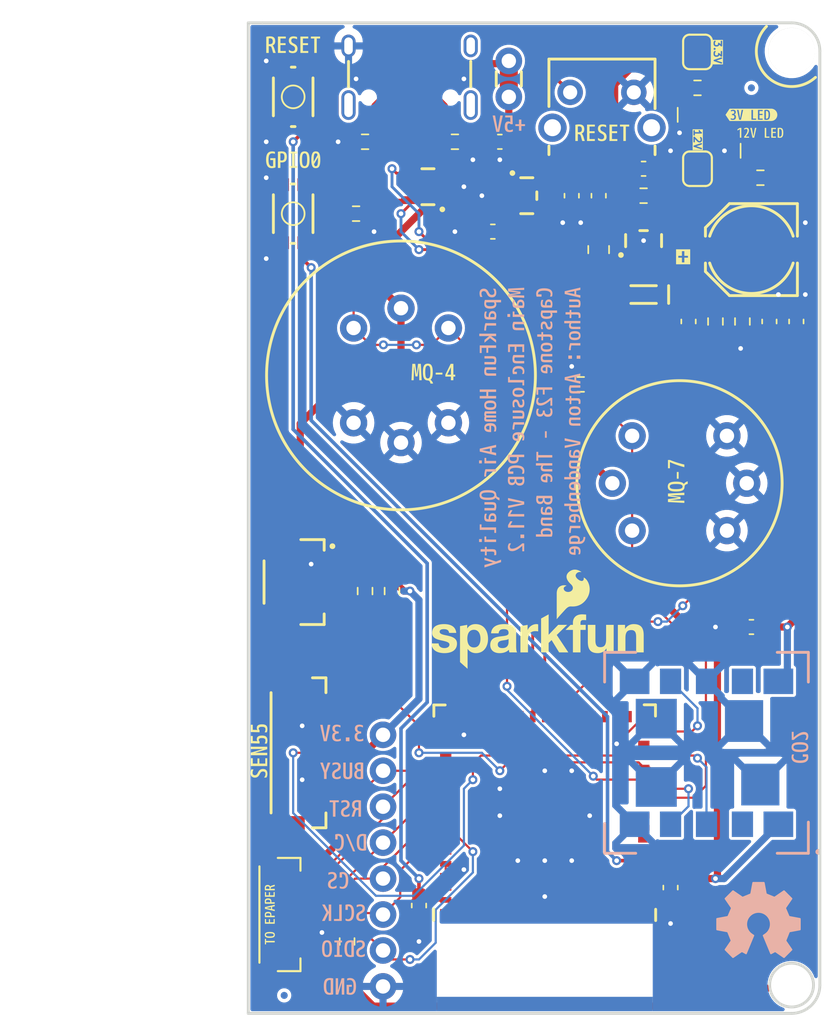
<source format=kicad_pcb>
(kicad_pcb (version 20221018) (generator pcbnew)
  (layers (0 "F.Cu" signal) (31 "B.Cu" signal) (34 "B.Paste" user) (35 "F.Paste" user) (36 "B.SilkS" user "B.Silkscreen") (37 "F.SilkS" user "F.Silkscreen") (38 "B.Mask" user) (39 "F.Mask" user) (44 "Edge.Cuts" user))
  (net 0 "")
  (net 1 "GND")
  (net 2 "RESET")
  (net 3 "ESP0")
  (net 4 "Net-(U3-FB)")
  (net 5 "Net-(U3-SW)")
  (net 6 "Net-(D3-A)")
  (net 7 "SCL")
  (net 8 "+5V")
  (net 9 "+12V")
  (net 10 "SDA")
  (net 11 "Net-(J1-CC1)")
  (net 12 "D+")
  (net 13 "D-")
  (net 15 "Net-(J1-CC2)")
  (net 20 "Net-(JP1-A)")
  (net 21 "~{BUSY}")
  (net 22 "SCLK")
  (net 23 "SDIO")
  (net 24 "~{CS}")
  (net 25 "D{slash}~{C}")
  (net 26 "~{RST}")
  (net 33 "Net-(JP2-A)")
  (net 34 "Net-(JP3-A)")
  (net 61 "Net-(D2-A)")
  (net 62 "+3.3V")
  (net 63 "~{SHDN}-EN")
  (net 64 "CO2_INT")
  (net 68 "ESP11{slash}MQ4")
  (net 69 "ESP10{slash}MQ7")
  (footprint "SparkFun-Resistor:R_0603_1608Metric" (layer "F.Cu") (at 135.785 118.82 90)
    (fp_text reference "R3")
    (fp_text value "10k" hide)
  )
  (footprint "SparkFun-Resistor:R_0603_1608Metric" (layer "F.Cu") (at 163.725 75.005 -90)
    (fp_text reference "R6")
    (fp_text value "5.62k" hide)
  )
  (footprint "SparkFun-Jumper:SMT-JUMPER_2_NC_TRACE_SILK" (layer "F.Cu") (at 160.55 64.21 -90)
    (fp_text reference "JP2")
    (fp_text value "~" hide)
  )
  (footprint "kibuzzard-65B1D56F" (layer "F.Cu") (at 131.975 55.447)
    (fp_text reference "kibuzzard-65B1D56F" hide)
    (fp_text value "G***" hide)
  )
  (footprint "SparkFun-Resistor:R_0603_1608Metric" (layer "F.Cu") (at 138.96 94.055 -90)
    (fp_text reference "R10")
    (fp_text value "2.2k" hide)
  )
  (footprint "SparkFun-Capacitor:C_0603_1608Metric" (layer "F.Cu") (at 146.58 62.305 180)
    (fp_text reference "C2")
    (fp_text value "0.1uF" hide)
  )
  (footprint "SparkFun-Connector:FPC_12_0.5MM" (layer "F.Cu") (at 131.34 116.915 -90)
    (fp_text reference "J2")
    (fp_text value "Conn_01x12_FPC_0.5mm" hide)
  )
  (footprint "SparkFun-Resistor:R_0603_1608Metric" (layer "F.Cu") (at 164.995 64.845)
    (fp_text reference "R9")
    (fp_text value "10k" hide)
  )
  (footprint "SparkFun-Semiconductor-Standard:SOD-323" (layer "F.Cu") (at 156.74 73.1 180)
    (fp_text reference "D1")
    (fp_text value "0.5A" hide)
  )
  (footprint "SparkFun-Switch:Momentary_SMD_4.6x2.8mm_h2.5mm" (layer "F.Cu") (at 131.975 67.385 90)
    (fp_text reference "SW3")
    (fp_text value "SMD_4.6x2.8mm_h2.5mm" hide)
  )
  (footprint "kibuzzard-65B1E40B" (layer "F.Cu") (at 130.324 116.915 90)
    (fp_text reference "kibuzzard-65B1E40B" hide)
    (fp_text value "G***" hide)
  )
  (footprint "SparkFun-Aesthetic:SparkFun_Logo_15mm" (layer "F.Cu") (at 149.0692 97.4078)
    (fp_text reference "G***" hide)
    (fp_text value "LOGO" hide)
  )
  (footprint "SparkFun-Semiconductor-Standard:SOT23-5" (layer "F.Cu") (at 156.74 69.29 90)
    (fp_text reference "U3")
    (fp_text value "AP3012" hide)
  )
  (footprint "SparkFun-Capacitor:C_0603_1608Metric" (layer "F.Cu") (at 140.865 116.28 90)
    (fp_text reference "C1")
    (fp_text value "0.1uF" hide)
  )
  (footprint "kibuzzard-65B1D5D4" (layer "F.Cu") (at 141.881 78.688)
    (fp_text reference "kibuzzard-65B1D5D4" hide)
    (fp_text value "G***" hide)
  )
  (footprint "SparkFun-Resistor:R_0603_1608Metric" (layer "F.Cu") (at 156.74 66.115 180)
    (fp_text reference "R4")
    (fp_text value "100k" hide)
  )
  (footprint "SparkFun-Aesthetic:Fiducial_0.5mm_Mask1mm" (layer "F.Cu") (at 131.34 122.63)
    (fp_text reference "FID4")
    (fp_text value "Fiducial_0.5mm")
  )
  (footprint "kibuzzard-65B1E2D2" (layer "F.Cu") (at 164.995 61.67)
    (fp_text reference "kibuzzard-65B1E2D2" hide)
    (fp_text value "G***" hide)
  )
  (footprint "SparkFun-Resistor:R_0603_1608Metric" (layer "F.Cu") (at 143.405 62.305)
    (fp_text reference "R2")
    (fp_text value "5.1k" hide)
  )
  (footprint "kibuzzard-65B1D64A" (layer "F.Cu") (at 153.819 61.67)
    (fp_text reference "kibuzzard-65B1D64A" hide)
    (fp_text value "G***" hide)
  )
  (footprint "SparkFun-Switch:Momentary_PTH_RA_8-020_h7.5mm" (layer "F.Cu") (at 153.8 58.81 180)
    (fp_text reference "SW1")
    (fp_text value "PTH_RA_h7.5mm" hide)
  )
  (footprint "SparkFun-RF:ESP32-MINI" (layer "F.Cu") (at 149.755 109.93 180)
    (fp_text reference "U2")
    (fp_text value "ESP32-S3-MINI" hide)
  )
  (footprint "SparkFun-Resistor:R_0603_1608Metric" (layer "F.Cu") (at 137.055 62.305 180)
    (fp_text reference "R1")
    (fp_text value "5.1k" hide)
  )
  (footprint "SparkFun-Aesthetic:Fiducial_0.5mm_Mask1mm" (layer "F.Cu") (at 164.36 58.495)
    (fp_text reference "FID3")
    (fp_text value "Fiducial_0.5mm")
  )
  (footprint "kibuzzard-65B1D57E" (layer "F.Cu") (at 131.975 63.575)
    (fp_text reference "kibuzzard-65B1D57E" hide)
    (fp_text value "G***" hide)
  )
  (footprint "SparkFun-Aesthetic:Creative_Commons_License" (layer "F.Cu") (at 116.735 77.545)
    (fp_text reference "G1" hide)
    (fp_text value "OSHW_Logo" hide)
  )
  (footprint "SparkFun-Resistor:R_0603_1608Metric" (layer "F.Cu") (at 152.295 79.45 180)
    (fp_text reference "R11")
    (fp_text value "4.7k" hide)
  )
  (footprint "SparkFun-Capacitor:C_0603_1608Metric" (layer "F.Cu") (at 167.535 75.005 90)
    (fp_text reference "C8")
    (fp_text value "0.1uF" hide)
  )
  (footprint "SparkFun-Capacitor:C_0603_1608Metric" (layer "F.Cu") (at 151.66 66.115 -90)
    (fp_text reference "C11")
    (fp_text value "1.0uF" hide)
  )
  (footprint "SparkFun-Connector:1X08" (layer "F.Cu") (at 138.325 104.215 -90)
    (fp_text reference "J3")
    (fp_text value "Conn_01x08" hide)
  )
  (footprint "SparkFun-Connector:JST04_1MM_RA" (layer "F.Cu") (at 134.515 93.42 -90)
    (fp_text reference "J4")
    (fp_text value "Qwiic_RA")
  )
  (footprint "kibuzzard-65B27CA0" (layer "F.Cu") (at 129.562 105.358 90)
    (fp_text reference "kibuzzard-65B27CA0" hide)
    (fp_text value "G***" hide)
  )
  (footprint "SparkFun-Capacitor:C_0805_2012Metric" (layer "F.Cu") (at 153.565 69.925 -90)
    (fp_text reference "L1")
    (fp_text value "10uH" hide)
  )
  (footprint "SparkFun-Hardware:STAND-OFF" (layer "F.Cu") (at 167.2048 55.9042)
    (fp_text reference "ST1")
    (fp_text value "Stand_off")
  )
  (footprint "SparkFun-Switch:Momentary_SMD_4.6x2.8mm_h2.5mm" (layer "F.Cu") (at 131.975 59.13 90)
    (fp_text reference "SW2")
    (fp_text value "SMD_4.6x2.8mm_h2.5mm" hide)
  )
  (footprint "SparkFun-Capacitor:C_0603_1608Metric" (layer "F.Cu") (at 153.565 66.115 -90)
    (fp_text reference "C12")
    (fp_text value "10uF" hide)
  )
  (footprint "SparkFun-Capacitor:C_0603_1608Metric" (layer "F.Cu") (at 159.915 75.005 90)
    (fp_text reference "C5")
    (fp_text value "470pF" hide)
  )
  (footprint "SparkFun-Resistor:R_0603_1608Metric" (layer "F.Cu") (at 137.055 94.055 -90)
    (fp_text reference "R8")
    (fp_text value "2.2k" hide)
  )
  (footprint "SparkFun-Capacitor:C_0603_1608Metric" (layer "F.Cu") (at 165.63 75.005 90)
    (fp_text reference "C6")
    (fp_text value "4.7uF" hide)
  )
  (footprint "SparkFun-Aesthetic:Fiducial_0.5mm_Mask1mm" (layer "F.Cu") (at 164.36 120.725)
    (fp_text reference "FID1")
    (fp_text value "Fiducial_0.5mm")
  )
  (footprint "SparkFun-Jumper:COMBO-JUMPER_2_NC_TRACE" (layer "F.Cu") (at 147.215 57.86 -90)
    (fp_text reference "JP1")
    (fp_text value "Measure")
  )
  (footprint "SparkFun-Capacitor:C_0603_1608Metric" (layer "F.Cu") (at 164.36 96.595 180)
    (fp_text reference "C9")
    (fp_text value "10nF" hide)
  )
  (footprint "kibuzzard-65B1D5EA" (layer "F.Cu") (at 159.153 86.308 90)
    (fp_text reference "kibuzzard-65B1D5EA" hide)
    (fp_text value "G***" hide)
  )
  (footprint "SparkFun-Semiconductor-Standard:SOT23-5" (layer "F.Cu") (at 148.485 66.115)
    (fp_text reference "U6")
    (fp_text value "AP2112K-3.3" hide)
  )
  (footprint "SparkFun-Capacitor:C_0603_1608Metric" (layer "F.Cu") (at 158.645 115.01 -90)
    (fp_text reference "C3")
    (fp_text value "0.1uF" hide)
  )
  (footprint "SparkFun-Connector:USB-C-16P" (layer "F.Cu") (at 140.2046 60.62485 180)
    (fp_text reference "J1")
    (fp_text value "USB_C_Receptacle")
  )
  (footprint "SparkFun-Sensor:MQ-7 Gas Sensor" (layer "F.Cu") (at 159.28 86.435 90)
    (fp_text reference "U7")
    (fp_text value "MQ-7 Gas Sensor")
  )
  (footprint "SparkFun-Resistor:R_0603_1608Metric" (layer "F.Cu") (at 160.55 58.495)
    (fp_text reference "R12")
    (fp_text value "10k" hide)
  )
  (footprint "SparkFun-Resistor:R_0603_1608Metric" (layer "F.Cu") (at 161.82 75.005 90)
    (fp_text reference "R5")
    (fp_text value "47k" hide)
  )
  (footprint "SparkFun-LED:LED_0603_1608Metric" (layer "F.Cu") (at 160.55 60.4)
    (fp_text reference "D3")
    (fp_text value "Red" hide)
  )
  (footprint "SparkFun-Connector:JST-6-SMD-1.25MM-LOCKING" (layer "F.Cu") (at 131.34 105.485 -90)
    (fp_text reference "U8")
    (fp_text value "SEN55")
  )
  (footprint "SparkFun-Jumper:SMT-JUMPER_2_NC_TRACE_SILK" (layer "F.Cu") (at 160.55 55.955 90)
    (fp_text reference "JP3")
    (fp_text value "~" hide)
  )
  (footprint "SparkFun-Capacitor:C_0603_1608Metric" (layer "F.Cu") (at 156.74 64.21)
    (fp_text reference "C4")
    (fp_text value "10uF" hide)
  )
  (footprint "kibuzzard-65B1D3B2" (layer "F.Cu") (at 159.534 70.433)
    (fp_text reference "kibuzzard-65B1D3B2" hide)
    (fp_text value "G***" hide)
  )
  (footprint "SparkFun-Capacitor:PANASONIC_D" (layer "F.Cu") (at 164.36 69.925 180)
    (fp_text reference "C7")
    (fp_text value "47uF" hide)
  )
  (footprint "SparkFun-Capacitor:C_0603_1608Metric" (layer "F.Cu") (at 146.085 68.655 180)
    (fp_text reference "C10")
    (fp_text value "1.0uF" hide)
  )
  (footprint "SparkFun-LED:LED_0603_1608Metric" (layer "F.Cu") (at 164.995 62.94)
    (fp_text reference "D2")
    (fp_text value "Red" hide)
  )
  (footprint "SparkFun-Resistor:R_0603_1608Metric" (layer "F.Cu") (at 136.42 67.385)
    (fp_text reference "R7")
    (fp_text value "4.7k" hide)
  )
  (footprint "SparkFun-Sensor:MQ-4 Gas Sensor" (layer "F.Cu") (at 139.595 78.815)
    (fp_text reference "U4")
    (fp_text value "MQ-4 Gas Sensor")
  )
  (footprint "SparkFun-Aesthetic:Fiducial_0.5mm_Mask1mm" (layer "F.Cu") (at 131.975 59.13)
    (fp_text reference "FID2")
    (fp_text value "Fiducial_0.5mm")
  )
  (footprint "kibuzzard-65B1E2FB" (layer "F.Cu") (at 164.36 60.4)
    (fp_text reference "kibuzzard-65B1E2FB" hide)
    (fp_text value "G***" hide)
  )
  (footprint "SparkFun-Semiconductor-Standard:SOT23-6" (layer "F.Cu") (at 141.5 65.48 180)
    (fp_text reference "U1")
    (fp_text value "TVS_ESD_USB" hide)
  )
  (footprint "SparkFun-Aesthetic:OSHW_Logo_6mm" (layer "B.Cu") (at 164.868 117.55 180)
    (fp_text reference "Ref**" hide)
    (fp_text value "Val**" hide)
  )
  (footprint "kibuzzard-65B1E10A" (layer "B.Cu") (at 135.404 104.088 180)
    (fp_text reference "kibuzzard-65B1E10A" hide)
    (fp_text value "G***" hide)
  )
  (footprint "kibuzzard-65B1D673" (layer "B.Cu") (at 147.215 61.035 180)
    (fp_text reference "kibuzzard-65B1D673" hide)
    (fp_text value "G***" hide)
  )
  (footprint "kibuzzard-65B1E438" (layer "B.Cu") (at 148.866 82.498 -90)
    (fp_text reference "kibuzzard-65B1E438" hide)
    (fp_text value "G***" hide)
  )
  (footprint "kibuzzard-65B1E11D" (layer "B.Cu") (at 135.404 106.755 180)
    (fp_text reference "kibuzzard-65B1E11D" hide)
    (fp_text value "G***" hide)
  )
  (footprint "SparkFun-Sensor:LG-MLGA-14-1_Z8B00206105" (layer "B.Cu") (at 161.185 105.485 180)
    (fp_text reference "U5")
    (fp_text value "PASCO2V01BUMA1")
  )
  (footprint "kibuzzard-65B1E179" (layer "B.Cu") (at 135.277 121.995 180)
    (fp_text reference "kibuzzard-65B1E179" hide)
    (fp_text value "G***" hide)
  )
  (footprint "kibuzzard-65B1E13C" (layer "B.Cu") (at 136.039 111.835 180)
    (fp_text reference "kibuzzard-65B1E13C" hide)
    (fp_text value "G***" hide)
  )
  (footprint "kibuzzard-65B1DFAF" (layer "B.Cu") (at 167.789 105.104 90)
    (fp_text reference "kibuzzard-65B1DFAF" hide)
    (fp_text value "G***" hide)
  )
  (footprint "kibuzzard-65B1E14E" (layer "B.Cu") (at 135.15 114.502 180)
    (fp_text reference "kibuzzard-65B1E14E" hide)
    (fp_text value "G***" hide)
  )
  (footprint "kibuzzard-65B1E16C" (layer "B.Cu") (at 135.531 119.328 180)
    (fp_text reference "kibuzzard-65B1E16C" hide)
    (fp_text value "G***" hide)
  )
  (footprint "kibuzzard-65B1E160" (layer "B.Cu") (at 135.531 116.788 180)
    (fp_text reference "kibuzzard-65B1E160" hide)
    (fp_text value "G***" hide)
  )
  (footprint "kibuzzard-65B1E12C" (layer "B.Cu") (at 135.658 109.422 180)
    (fp_text reference "kibuzzard-65B1E12C" hide)
    (fp_text value "G***" hide)
  )
  (gr_arc (start 168.884178 57.751516) (mid 165.404169 57.633537) (end 165.426801 54.151601) (stroke (width 0.2)) (layer "F.SilkS"))
  (gr_circle (center 167.2 55.9) (end 168.75 55.9) (stroke (width 0.2)) (fill none) (layer "Edge.Cuts"))
  (gr_line (start 128.8 53.9) (end 129.8 53.9) (stroke (width 0.2)) (layer "Edge.Cuts"))
  (gr_arc (start 169.2 121.9) (mid 168.614214 123.314214) (end 167.2 123.9) (stroke (width 0.2)) (layer "Edge.Cuts"))
  (gr_line (start 169.2 55.9) (end 169.2 121.9) (stroke (width 0.2)) (layer "Edge.Cuts"))
  (gr_arc (start 167.2 53.9) (mid 168.614214 54.485786) (end 169.2 55.9) (stroke (width 0.2)) (layer "Edge.Cuts"))
  (gr_line (start 167.2 123.9) (end 128.8 123.9) (stroke (width 0.2)) (layer "Edge.Cuts"))
  (gr_line (start 128.8 123.9) (end 128.8 53.9) (stroke (width 0.2)) (layer "Edge.Cuts"))
  (gr_line (start 129.8 53.9) (end 167.2 53.9) (stroke (width 0.2)) (layer "Edge.Cuts"))
  (gr_circle (center 167.2 121.9) (end 168.75 121.9) (stroke (width 0.2)) (fill none) (layer "Edge.Cuts"))
  (gr_text "v11.2" (at 159.407 123.519) (layer "F.Cu") (effects (font (size 1.5 1.5) (thickness 0.3) bold) (justify left bottom)))
  (gr_text "12V" (at 160.2452 61.3652 270) (layer "F.SilkS" knockout) (effects (font (size 0.508 0.508) (thickness 0.1016) bold) (justify left bottom)))
  (gr_text "3.3V" (at 161.6676 55.066 270) (layer "F.SilkS" knockout) (effects (font (size 0.508 0.508) (thickness 0.1016) bold) (justify left bottom)))
  (segment (start 163.725 76.783) (end 163.598 76.91) (width 0.1524) (layer "F.Cu") (net 1))
  (segment (start 134.9326 58.3314) (end 135.404 57.86) (width 0.508) (layer "F.Cu") (net 1))
  (segment (start 144.91776 61.21385) (end 144.12744 61.21385) (width 0.508) (layer "F.Cu") (net 1))
  (segment (start 143.805 116.93) (end 156.755 116.93) (width 0.1524) (layer "F.Cu") (net 1))
  (segment (start 131.175 57.08) (end 130.56 57.08) (width 0.254) (layer "F.Cu") (net 1))
  (segment (start 149.755 111.58) (end 149.755 113.105) (width 0.1524) (layer "F.Cu") (net 1))
  (segment (start 163.585 96.595) (end 161.82 96.595) (width 0.508) (layer "F.Cu") (net 1))
  (segment (start 134.515 91.92) (end 133.475 91.92) (width 0.1524) (layer "F.Cu") (net 1))
  (segment (start 159.7625 60.4) (end 159.7625 61.1875) (width 0.508) (layer "F.Cu") (net 1))
  (segment (start 166.76 69.925) (end 166.76 69.43) (width 0.508) (layer "F.Cu") (net 1))
  (segment (start 140.865 117.055) (end 140.865 118.82) (width 0.1524) (layer "F.Cu") (net 1))
  (segment (start 146.835 108.28) (end 146.58 108.025) (width 0.1524) (layer "F.Cu") (net 1))
  (segment (start 163.725 75.83) (end 163.725 76.783) (width 0.1524) (layer "F.Cu") (net 1))
  (segment (start 131.175 69.455) (end 130.07 70.56) (width 0.254) (layer "F.Cu") (net 1))
  (segment (start 145.31 68.655) (end 143.405 68.655) (width 0.508) (layer "F.Cu") (net 1))
  (segment (start 153.425 66.89) (end 152.295 68.02) (width 0.508) (layer "F.Cu") (net 1))
  (segment (start 145.4766 58.76469) (end 145.4766 60.65501) (width 0.508) (layer "F.Cu") (net 1))
  (segment (start 158.645 115.785) (end 158.645 117.55) (width 0.508) (layer "F.Cu") (net 1))
  (segment (start 130.56 65.335) (end 130.07 64.845) (width 0.254) (layer "F.Cu") (net 1))
  (segment (start 144.12744 61.21385) (end 143.4296 60.51601) (width 0.508) (layer "F.Cu") (net 1))
  (segment (start 135.49144 61.21385) (end 134.9326 60.65501) (width 0.508) (layer "F.Cu") (net 1))
  (segment (start 156.755 115.88) (end 156.755 116.93) (width 0.1524) (layer "F.Cu") (net 1))
  (segment (start 144.04 57.86) (end 144.57191 57.86) (width 0.508) (layer "F.Cu") (net 1))
  (segment (start 133.475 91.92) (end 133.245 92.15) (width 0.1524) (layer "F.Cu") (net 1))
  (segment (start 137.245 67.385) (end 137.245 68.21) (width 0.1524) (layer "F.Cu") (net 1))
  (segment (start 142.8001 65.48) (end 144.04 65.48) (width 0.508) (layer "F.Cu") (net 1))
  (segment (start 132.69 117.665) (end 133.487 117.665) (width 0.1524) (layer "F.Cu") (net 1))
  (segment (start 144.42 63.575) (end 144.23 63.385) (width 0.1524) (layer "F.Cu") (net 1))
  (segment (start 144.57191 57.86) (end 145.4766 58.76469) (width 0.508) (layer "F.Cu") (net 1))
  (segment (start 136.9796 60.28485) (end 136.9796 60.51601) (width 0.508) (layer "F.Cu") (net 1))
  (segment (start 136.9796 60.51601) (end 136.28176 61.21385) (width 0.508) (layer "F.Cu") (net 1))
  (segment (start 143.165 113.74) (end 142.755 113.33) (width 0.1524) (layer "F.Cu") (net 1))
  (segment (start 136.23 62.305) (end 135.15 62.305) (width 0.1524) (layer "F.Cu") (net 1))
  (segment (start 143.805 116.93) (end 142.755 116.93) (width 0.1524) (layer "F.Cu") (net 1))
  (segment (start 144.04 113.74) (end 143.165 113.74) (width 0.1524) (layer "F.Cu") (net 1))
  (segment (start 156.755 102.93) (end 154.835 104.85) (width 0.1524) (layer "F.Cu") (net 1))
  (segment (start 144.23 62.305) (end 144.23 63.385) (width 0.1524) (layer "F.Cu") (net 1))
  (segment (start 166.76 69.43) (end 168.17 68.02) (width 0.508) (layer "F.Cu") (net 1))
  (segment (start 151.405 107.01) (end 151.66 106.755) (width 0.1524) (layer "F.Cu") (net 1))
  (segment (start 151.47 78.37) (end 151.66 78.18) (width 0.1524) (layer "F.Cu") (net 1))
  (segment (start 159.7625 61.1875) (end 159.28 61.67) (width 0.508) (layer "F.Cu") (net 1))
  (segment (start 148.105 111.58) (end 148.105 112.85) (width 0.1524) (layer "F.Cu") (net 1))
  (segment (start 131.175 61.2) (end 130.07 62.305) (width 0.254) (layer "F.Cu") (net 1))
  (segment (start 134.9326 60.65501) (end 134.9326 58.3314) (width 0.508) (layer "F.Cu") (net 1))
  (segment (start 130.56 57.08) (end 130.07 56.59) (width 0.254) (layer "F.Cu") (net 1))
  (segment (start 148.105 109.93) (end 146.58 109.93) (width 0.1524) (layer "F.Cu") (net 1))
  (segment (start 131.175 65.335) (end 130.56 65.335) (width 0.254) (layer "F.Cu") (net 1))
  (segment (start 164.2075 62.94) (end 162.455 62.94) (width 0.508) (layer "F.Cu") (net 1))
  (segment (start 148.105 112.85) (end 147.85 113.105) (width 0.1524) (layer "F.Cu") (net 1))
  (segment (start 142.755 114.18) (end 142.755 113.33) (width 0.1524) (layer "F.Cu") (net 1))
  (segment (start 143.4296 60.51601) (end 143.4296 60.28485) (width 0.508) (layer "F.Cu") (net 1))
  (segment (start 132.64 103.61) (end 132.61 103.58) (width 0.1524) (layer "F.Cu") (net 1))
  (segment (start 151.66 66.89) (end 151.66 67.385) (width 0.508) (layer "F.Cu") (net 1))
  (segment (start 153.565 66.89) (end 153.425 66.89) (width 0.508) (layer "F.Cu") (net 1))
  (segment (start 151.405 109.93) (end 152.93 109.93) (width 0.1524) (layer "F.Cu") (net 1))
  (segment (start 135.404 57.86) (end 136.42 57.86) (width 0.508) (layer "F.Cu") (net 1))
  (segment (start 156.74 70.5901) (end 156.74 69.29) (width 0.1524) (layer "F.Cu") (net 1))
  (segment (start 133.487 117.665) (end 134.007 118.185) (width 0.1524) (layer "F.Cu") (net 1))
  (segment (start 149.755 108.28) (end 149.755 106.755) (width 0.1524) (layer "F.Cu") (net 1))
  (segment (start 167.535 73.735) (end 168.17 73.1) (width 0.508) (layer "F.Cu") (net 1))
  (segment (start 145.4766 60.65501) (end 144.91776 61.21385) (width 0.508) (layer "F.Cu") (net 1))
  (segment (start 157.515 64.07) (end 158.645 62.94) (width 0.508) (layer "F.Cu") (net 1))
  (segment (start 157.515 64.21) (end 157.515 64.07) (width 0.508) (layer "F.Cu") (net 1))
  (segment (start 151.405 111.58) (end 151.405 112.85) (width 0.1524) (layer "F.Cu") (net 1))
  (segment (start 156.755 115.88) (end 156.755 115.03) (width 0.1524) (layer "F.Cu") (net 1))
  (segment (start 132.64 107.36) (end 132.61 107.39) (width 0.1524) (layer "F.Cu") (net 1))
  (segment (start 147.1849 66.115) (end 145.31 66.115) (width 0.508) (layer "F.Cu") (net 1))
  (segment (start 149.755 109.93) (end 149.755 108.28) (width 0.1524) (layer "F.Cu") (net 1))
  (segment (start 151.405 108.28) (end 151.405 107.01) (width 0.1524) (layer "F.Cu") (net 1))
  (segment (start 134.64 107.36) (end 132.64 107.36) (width 0.1524) (layer "F.Cu") (net 1))
  (segment (start 137.245 68.21) (end 137.69 68.655) (width 0.1524) (layer "F.Cu") (net 1))
  (segment (start 165.63 73.735) (end 166.265 73.1) (width 0.508) (layer "F.Cu") (net 1))
  (segment (start 151.405 112.85) (end 151.66 113.105) (width 0.1524) (layer "F.Cu") (net 1))
  (segment (start 151.66 67.385) (end 151.025 68.02) (width 0.508) (layer "F.Cu") (net 1))
  (segment (start 144.675 63.575) (end 144.42 63.575) (width 0.1524) (layer "F.Cu") (net 1))
  (segment (start 131.175 69.435) (end 131.175 69.455) (width 0.1524) (layer "F.Cu") (net 1))
  (segment (start 167.535 74.23) (end 167.535 73.735) (width 0.508) (layer "F.Cu") (net 1))
  (segment (start 149.755 116.93) (end 149.755 115.645) (width 0.1524) (layer "F.Cu") (net 1))
  (segment (start 136.28176 61.21385) (end 135.49144 61.21385) (width 0.508) (layer "F.Cu") (net 1))
  (segment (start 146.58 63.08) (end 146.58 63.575) (width 0.508) (layer "F.Cu") (net 1))
  (segment (start 165.63 74.23) (end 165.63 73.735) (width 0.508) (layer "F.Cu") (net 1))
  (segment (start 148.105 108.28) (end 146.835 108.28) (width 0.1524) (layer "F.Cu") (net 1))
  (segment (start 145.805 62.305) (end 146.58 63.08) (width 0.508) (layer "F.Cu") (net 1))
  (segment (start 134.64 103.61) (end 132.64 103.61) (width 0.1524) (layer "F.Cu") (net 1))
  (segment (start 131.175 61.18) (end 131.175 61.2) (width 0.1524) (layer "F.Cu") (net 1))
  (segment (start 142.755 102.93) (end 144.04 104.215) (width 0.1524) (layer "F.Cu") (net 1))
  (segment (start 151.47 79.45) (end 151.47 78.37) (width 0.1524) (layer "F.Cu") (net 1))
  (via (at 133.245 92.15) (size 0.635) (drill 0.3302) (layers "F.Cu" "B.Cu") (net 1))
  (via (at 146.58 108.025) (size 0.635) (drill 0.3302) (layers "F.Cu" "B.Cu") (net 1))
  (via (at 149.755 115.645) (size 0.635) (drill 0.3302) (layers "F.Cu" "B.Cu") (net 1))
  (via (at 149.755 106.755) (size 0.635) (drill 0.3302) (layers "F.Cu" "B.Cu") (net 1))
  (via (at 136.42 57.86) (size 0.635) (drill 0.3302) (layers "F.Cu" "B.Cu") (net 1))
  (via (at 158.645 117.55) (size 0.635) (drill 0.3302) (layers "F.Cu" "B.Cu") (net 1))
  (via (at 144.04 65.48) (size 0.635) (drill 0.3302) (layers "F.Cu" "B.Cu") (net 1))
  (via (at 130.07 62.305) (size 0.635) (drill 0.3302) (layers "F.Cu" "B.Cu") (net 1))
  (via (at 166.265 73.1) (size 0.635) (drill 0.3302) (layers "F.Cu" "B.Cu") (net 1))
  (via (at 152.93 109.93) (size 0.635) (drill 0.3302) (layers "F.Cu" "B.Cu") (net 1))
  (via (at 144.675 63.575) (size 0.635) (drill 0.3302) (layers "F.Cu" "B.Cu") (net 1))
  (via (at 132.61 103.58) (size 0.635) (drill 0.3302) (layers "F.Cu" "B.Cu") (net 1))
  (via (at 168.17 73.1) (size 0.635) (drill 0.3302) (layers "F.Cu" "B.Cu") (net 1))
  (via (at 146.58 109.93) (size 0.635) (drill 0.3302) (layers "F.Cu" "B.Cu") (net 1))
  (via (at 135.15 62.305) (size 0.635) (drill 0.3302) (layers "F.Cu" "B.Cu") (net 1))
  (via (at 162.455 62.94) (size 0.635) (drill 0.3302) (layers "F.Cu" "B.Cu") (net 1))
  (via (at 140.865 118.82) (size 0.635) (drill 0.3302) (layers "F.Cu" "B.Cu") (net 1))
  (via (at 151.66 106.755) (size 0.635) (drill 0.3302) (layers "F.Cu" "B.Cu") (net 1))
  (via (at 168.17 68.02) (size 0.635) (drill 0.3302) (layers "F.Cu" "B.Cu") (net 1))
  (via (at 144.04 113.74) (size 0.635) (drill 0.3302) (layers "F.Cu" "B.Cu") (net 1))
  (via (at 146.58 63.575) (size 0.635) (drill 0.3302) (layers "F.Cu" "B.Cu") (net 1))
  (via (at 152.295 68.02) (size 0.635) (drill 0.3302) (layers "F.Cu" "B.Cu") (net 1))
  (via (at 156.74 69.29) (size 0.635) (drill 0.3302) (layers "F.Cu" "B.Cu") (net 1))
  (via (at 144.04 104.215) (size 0.635) (drill 0.3302) (layers "F.Cu" "B.Cu") (net 1))
  (via (at 159.28 61.67) (size 0.635) (drill 0.3302) (layers "F.Cu" "B.Cu") (net 1))
  (via (at 144.04 57.86) (size 0.635) (drill 0.3302) (layers "F.Cu" "B.Cu") (net 1))
  (via (at 130.07 64.845) (size 0.635) (drill 0.3302) (layers "F.Cu" "B.Cu") (net 1))
  (via (at 134.007 118.185) (size 0.635) (drill 0.3302) (layers "F.Cu" "B.Cu") (net 1))
  (via (at 151.025 68.02) (size 0.635) (drill 0.3302) (layers "F.Cu" "B.Cu") (net 1))
  (via (at 158.645 62.94) (size 0.635) (drill 0.3302) (layers "F.Cu" "B.Cu") (net 1))
  (via (at 145.31 66.115) (size 0.635) (drill 0.3302) (layers "F.Cu" "B.Cu") (net 1))
  (via (at 143.405 68.655) (size 0.635) (drill 0.3302) (layers "F.Cu" "B.Cu") (net 1))
  (via (at 154.835 104.85) (size 0.635) (drill 0.3302) (layers "F.Cu" "B.Cu") (net 1))
  (via (at 161.82 96.595) (size 0.635) (drill 0.3302) (layers "F.Cu" "B.Cu") (net 1))
  (via (at 130.07 70.56) (size 0.635) (drill 0.3302) (layers "F.Cu" "B.Cu") (net 1))
  (via (at 151.66 78.18) (size 0.635) (drill 0.3302) (layers "F.Cu" "B.Cu") (net 1))
  (via (at 132.61 107.39) (size 0.635) (drill 0.3302) (layers "F.Cu" "B.Cu") (net 1))
  (via (at 163.598 76.91) (size 0.635) (drill 0.3302) (layers "F.Cu" "B.Cu") (net 1))
  (via (at 147.85 113.105) (size 0.635) (drill 0.3302) (layers "F.Cu" "B.Cu") (net 1))
  (via (at 149.755 113.105) (size 0.635) (drill 0.3302) (layers "F.Cu" "B.Cu") (net 1))
  (via (at 130.07 56.59) (size 0.635) (drill 0.3302) (layers "F.Cu" "B.Cu") (net 1))
  (via (at 151.66 113.105) (size 0.635) (drill 0.3302) (layers "F.Cu" "B.Cu") (net 1))
  (via (at 137.69 68.655) (size 0.635) (drill 0.3302) (layers "F.Cu" "B.Cu") (net 1))
  (segment (start 141.24 115.88) (end 142.755 115.88) (width 0.254) (layer "F.Cu") (net 2))
  (segment (start 132.775 61.18) (end 132.775 61.505) (width 0.254) (layer "F.Cu") (net 2))
  (segment (start 132.775 57.08) (end 141.01 57.08) (width 0.254) (layer "F.Cu") (net 2))
  (segment (start 135.785 117.995) (end 136.04 117.995) (width 0.254) (layer "F.Cu") (net 2))
  (segment (start 138.849726 118.1818) (end 139.976 117.055526) (width 0.254) (layer "F.Cu") (net 2))
  (segment (start 139.976 117.055526) (end 139.976 116.394) (width 0.254) (layer "F.Cu") (net 2))
  (segment (start 132.775 61.505) (end 131.975 62.305) (width 0.254) (layer "F.Cu") (net 2))
  (segment (start 136.2268 118.1818) (end 138.849726 118.1818) (width 0.254) (layer "F.Cu") (net 2))
  (segment (start 136.04 117.995) (end 136.2268 118.1818) (width 0.254) (layer "F.Cu") (net 2))
  (segment (start 141.01 57.08) (end 143.68715 54.40285) (width 0.254) (layer "F.Cu") (net 2))
  (segment (start 132.775 57.08) (end 132.775 61.18) (width 0.254) (layer "F.Cu") (net 2))
  (segment (start 140.865 115.505) (end 140.865 114.375) (width 0.254) (layer "F.Cu") (net 2))
  (segment (start 140.865 115.505) (end 141.24 115.88) (width 0.254) (layer "F.Cu") (net 2))
  (segment (start 147.14285 54.40285) (end 151.55 58.81) (width 0.254) (layer "F.Cu") (net 2))
  (segment (start 139.976 116.394) (end 140.865 115.505) (width 0.254) (layer "F.Cu") (net 2))
  (segment (start 143.68715 54.40285) (end 147.14285 54.40285) (width 0.254) (layer "F.Cu") (net 2))
  (via (at 140.865 114.375) (size 0.635) (drill 0.3302) (layers "F.Cu" "B.Cu") (net 2))
  (via (at 131.975 62.305) (size 0.635) (drill 0.3302) (layers "F.Cu" "B.Cu") (net 2))
  (segment (start 141.446 101.915658) (end 141.446 92.096) (width 0.254) (layer "B.Cu") (net 2))
  (segment (start 131.975 82.625) (end 131.975 62.305) (width 0.254) (layer "B.Cu") (net 2))
  (segment (start 140.865 114.375) (end 139.595 113.105) (width 0.254) (layer "B.Cu") (net 2))
  (segment (start 139.595 103.766658) (end 141.446 101.915658) (width 0.254) (layer "B.Cu") (net 2))
  (segment (start 141.446 92.096) (end 131.975 82.625) (width 0.254) (layer "B.Cu") (net 2))
  (segment (start 139.595 113.105) (end 139.595 103.766658) (width 0.254) (layer "B.Cu") (net 2))
  (segment (start 132.775 69.435) (end 132.775 70.725) (width 0.254) (layer "F.Cu") (net 3))
  (segment (start 132.775 70.725) (end 133.245 71.195) (width 0.254) (layer "F.Cu") (net 3))
  (segment (start 132.775 65.335) (end 132.775 69.435) (width 0.254) (layer "F.Cu") (net 3))
  (segment (start 154.835 113.105) (end 156.53 113.105) (width 0.254) (layer "F.Cu") (net 3))
  (segment (start 156.53 113.105) (end 156.755 113.33) (width 0.254) (layer "F.Cu") (net 3))
  (via (at 154.835 113.105) (size 0.635) (drill 0.3302) (layers "F.Cu" "B.Cu") (net 3))
  (via (at 133.245 71.195) (size 0.635) (drill 0.3302) (layers "F.Cu" "B.Cu") (net 3))
  (segment (start 133.245 81.99) (end 154.1905 102.9355) (width 0.254) (layer "B.Cu") (net 3))
  (segment (start 154.1905 102.9355) (end 154.1905 112.4605) (width 0.254) (layer "B.Cu") (net 3))
  (segment (start 154.1905 112.4605) (end 154.835 113.105) (width 0.254) (layer "B.Cu") (net 3))
  (segment (start 133.245 71.195) (end 133.245 81.99) (width 0.254) (layer "B.Cu") (net 3))
  (segment (start 161.77 74.23) (end 161.82 74.18) (width 0.1524) (layer "F.Cu") (net 4))
  (segment (start 159.915 72.8151) (end 159.915 74.23) (width 0.1524) (layer "F.Cu") (net 4))
  (segment (start 157.69 70.5901) (end 159.915 72.8151) (width 0.1524) (layer "F.Cu") (net 4))
  (segment (start 159.915 74.23) (end 161.77 74.23) (width 0.1524) (layer "F.Cu") (net 4))
  (segment (start 161.82 74.18) (end 163.725 74.18) (width 0.1524) (layer "F.Cu") (net 4))
  (segment (start 155.79 70.5901) (end 155.79 72.9) (width 0.508) (layer "F.Cu") (net 5))
  (segment (start 153.8499 70.5901) (end 153.565 70.875) (width 0.508) (layer "F.Cu") (net 5))
  (segment (start 155.79 70.5901) (end 153.8499 70.5901) (width 0.508) (layer "F.Cu") (net 5))
  (segment (start 155.79 72.9) (end 155.59 73.1) (width 0.508) (layer "F.Cu") (net 5))
  (segment (start 161.3375 58.5325) (end 161.375 58.495) (width 0.508) (layer "F.Cu") (net 6))
  (segment (start 161.3375 60.4) (end 161.3375 58.5325) (width 0.508) (layer "F.Cu") (net 6))
  (segment (start 137.015 94.92) (end 137.055 94.88) (width 0.1524) (layer "F.Cu") (net 7))
  (segment (start 144.675 107.39) (end 144.675 106.256632) (width 0.1524) (layer "F.Cu") (net 7))
  (segment (start 144.675 106.256632) (end 145.251632 105.68) (width 0.1524) (layer "F.Cu") (net 7))
  (segment (start 131.975 105.485) (end 133.245 105.485) (width 0.1524) (layer "F.Cu") (net 7))
  (segment (start 134.64 106.11) (end 134.0276 106.11) (width 0.1524) (layer "F.Cu") (net 7))
  (segment (start 133.4466 104.191) (end 133.3238 104.3138) (width 0.1524) (layer "F.Cu") (net 7))
  (segment (start 134.515 94.92) (end 137.015 94.92) (width 0.1524) (layer "F.Cu") (net 7))
  (segment (start 137.055 94.92) (end 137.055 102.945) (width 0.1524) (layer "F.Cu") (net 7))
  (segment (start 145.251632 105.68) (end 156.755 105.68) (width 0.1524) (layer "F.Cu") (net 7))
  (segment (start 135.809 104.191) (end 133.4466 104.191) (width 0.1524) (layer "F.Cu") (net 7))
  (segment (start 134.0276 106.11) (end 133.3238 105.4062) (width 0.1524) (layer "F.Cu") (net 7))
  (segment (start 137.055 102.945) (end 135.809 104.191) (width 0.1524) (layer "F.Cu") (net 7))
  (segment (start 160.55 105.866) (end 160.364 105.68) (width 0.1524) (layer "F.Cu") (net 7))
  (segment (start 134.515 94.92) (end 137.055 94.92) (width 0.1524) (layer "F.Cu") (net 7))
  (segment (start 133.245 105.485) (end 133.3238 105.4062) (width 0.1524) (layer "F.Cu") (net 7))
  (segment (start 133.3238 104.3138) (end 133.3238 105.4062) (width 0.1524) (layer "F.Cu") (net 7))
  (segment (start 160.364 105.68) (end 156.755 105.68) (width 0.1524) (layer "F.Cu") (net 7))
  (via (at 144.675 107.39) (size 0.635) (drill 0.3302) (layers "F.Cu" "B.Cu") (net 7))
  (via (at 160.55 105.866) (size 0.635) (drill 0.3302) (layers "F.Cu" "B.Cu") (net 7))
  (via (at 131.975 105.485) (size 0.635) (drill 0.3302) (layers "F.Cu" "B.Cu") (net 7))
  (segment (start 144.04 112.039619) (end 140.488619 115.591) (width 0.1524) (layer "B.Cu") (net 7))
  (segment (start 161.185 106.501) (end 160.55 105.866) (width 0.1524) (layer "B.Cu") (net 7))
  (segment (start 144.675 107.39) (end 144.04 108.025) (width 0.1524) (layer "B.Cu") (net 7))
  (segment (start 137.821316 115.591) (end 131.975 109.744684) (width 0.1524) (layer "B.Cu") (net 7))
  (segment (start 140.488619 115.591) (end 137.821316 115.591) (width 0.1524) (layer "B.Cu") (net 7))
  (segment (start 131.975 109.744684) (end 131.975 105.485) (width 0.1524) (layer "B.Cu") (net 7))
  (segment (start 161.185 110.535) (end 161.185 106.501) (width 0.1524) (layer "B.Cu") (net 7))
  (segment (start 144.04 108.025) (end 144.04 112.039619) (width 0.1524) (layer "B.Cu") (net 7))
  (segment (start 148.2929 65.165) (end 148.485 65.3571) (width 0.508) (layer "F.Cu") (net 8))
  (segment (start 144.668034 64.6591) (end 143.809934 63.801) (width 0.508) (layer "F.Cu") (net 8))
  (segment (start 133.9848 101.8591) (end 133.9848 96.0648) (width 0.508) (layer "F.Cu") (net 8))
  (segment (start 134.4857 102.36) (end 133.9848 101.8591) (width 0.508) (layer "F.Cu") (net 8))
  (segment (start 147.1849 68.3301) (end 146.86 68.655) (width 0.508) (layer "F.Cu") (net 8))
  (segment (start 147.1849 65.165) (end 146.679 64.6591) (width 0.508) (layer "F.Cu") (net 8))
  (segment (start 138.8076 79.6024) (end 139.595 78.815) (width 0.508) (layer "F.Cu") (net 8))
  (segment (start 141.909 63.801) (end 141.2539 64.4561) (width 0.508) (layer "F.Cu") (net 8))
  (segment (start 132.4735 82.2281) (end 135.0992 79.6024) (width 0.508) (layer "F.Cu") (net 8))
  (segment (start 147.1849 65.165) (end 148.2929 65.165) (width 0.508) (layer "F.Cu") (net 8))
  (segment (start 148.17 67.065) (end 147.1849 67.065) (width 0.508) (layer "F.Cu") (net 8))
  (segment (start 148.485 65.3571) (end 148.485 66.75) (width 0.508) (layer "F.Cu") (net 8))
  (segment (start 133.9848 96.0648) (end 132.4735 94.5535) (width 0.508) (layer "F.Cu") (net 8))
  (segment (start 139.595 78.815) (end 139.595 74.065) (width 0.508) (layer "F.Cu") (net 8))
  (segment (start 143.809934 63.801) (end 141.909 63.801) (width 0.508) (layer "F.Cu") (net 8))
  (segment (start 135.0992 79.6024) (end 138.8076 79.6024) (width 0.508) (layer "F.Cu") (net 8))
  (segment (start 141.2539 65.259) (end 141.0829 65.43) (width 0.508) (layer "F.Cu") (net 8))
  (segment (start 147.215 59.13) (end 147.215 62.165) (width 0.508) (layer "F.Cu") (net 8))
  (segment (start 139.595 74.065) (end 138.629801 73.099801) (width 0.508) (layer "F.Cu") (net 8))
  (segment (start 146.679 64.6591) (end 144.668034 64.6591) (width 0.508) (layer "F.Cu") (net 8))
  (segment (start 147.215 62.165) (end 147.355 62.305) (width 0.508) (layer "F.Cu") (net 8))
  (segment (start 141.2539 64.4561) (end 141.2539 65.259) (width 0.508) (layer "F.Cu") (net 8))
  (segment (start 132.4735 94.5535) (end 132.4735 82.2281) (width 0.508) (layer "F.Cu") (net 8))
  (segment (start 148.485 66.75) (end 148.17 67.065) (width 0.508) (layer "F.Cu") (net 8))
  (segment (start 141.0829 65.43) (end 140.1999 65.43) (width 0.508) (layer "F.Cu") (net 8))
  (segment (start 154.53 86.435) (end 150.39 82.295) (width 0.508) (layer "F.Cu") (net 8))
  (segment (start 147.355 62.305) (end 147.355 64.9949) (width 0.508) (layer "F.Cu") (net 8))
  (segment (start 150.39 72.185) (end 146.86 68.655) (width 0.508) (layer "F.Cu") (net 8))
  (segment (start 138.629801 69.620199) (end 141.2539 66.9961) (width 0.508) (layer "F.Cu") (net 8))
  (segment (start 147.1849 67.065) (end 147.1849 68.3301) (width 0.508) (layer "F.Cu") (net 8))
  (segment (start 150.39 82.295) (end 150.39 72.185) (width 0.508) (layer "F.Cu") (net 8))
  (segment (start 147.355 64.9949) (end 147.1849 65.165) (width 0.508) (layer "F.Cu") (net 8))
  (segment (start 141.2539 66.9961) (end 141.2539 65.259) (width 0.508) (layer "F.Cu") (net 8))
  (segment (start 146.8649 67.385) (end 147.1849 67.065) (width 0.508) (layer "F.Cu") (net 8))
  (segment (start 138.629801 73.099801) (end 138.629801 69.620199) (width 0.508) (layer "F.Cu") (net 8))
  (segment (start 134.64 102.36) (end 134.4857 102.36) (width 0.508) (layer "F.Cu") (net 8))
  (segment (start 159.915 75.78) (end 161.77 75.78) (width 0.508) (layer "F.Cu") (net 9))
  (segment (start 161.96 69.925) (end 164.701 72.666) (width 0.508) (layer "F.Cu") (net 9))
  (segment (start 167.675 75.92) (end 167.675 95.82) (width 0.508) (layer "F.Cu") (net 9))
  (segment (start 157.89 73.1) (end 157.89 73.755) (width 0.508) (layer "F.Cu") (net 9))
  (segment (start 160.55 64.7307) (end 160.55 68.515) (width 0.508) (layer "F.Cu") (net 9))
  (segment (start 165.63 76.91) (end 165.63 75.78) (width 0.508) (layer "F.Cu") (net 9))
  (segment (start 161.77 75.78) (end 161.82 75.83) (width 0.508) (layer "F.Cu") (net 9))
  (segment (start 167.535 75.78) (end 167.675 75.92) (width 0.508) (layer "F.Cu") (net 9))
  (segment (start 161.82 76.656) (end 163.09 77.926) (width 0.508) (layer "F.Cu") (net 9))
  (segment (start 164.614 77.926) (end 165.63 76.91) (width 0.508) (layer "F.Cu") (net 9))
  (segment (start 167.675 95.82) (end 166.9 96.595) (width 0.508) (layer "F.Cu") (net 9))
  (segment (start 160.55 68.515) (end 161.96 69.925) (width 0.508) (layer "F.Cu") (net 9))
  (segment (start 165.63 75.78) (end 167.535 75.78) (width 0.508) (layer "F.Cu") (net 9))
  (segment (start 161.82 75.83) (end 161.82 76.656) (width 0.508) (layer "F.Cu") (net 9))
  (segment (start 157.89 73.755) (end 159.915 75.78) (width 0.508) (layer "F.Cu") (net 9))
  (segment (start 163.09 77.926) (end 164.614 77.926) (width 0.508) (layer "F.Cu") (net 9))
  (segment (start 164.701 74.851) (end 165.63 75.78) (width 0.508) (layer "F.Cu") (net 9))
  (segment (start 165.135 96.595) (end 166.9 96.595) (width 0.508) (layer "F.Cu") (net 9))
  (segment (start 164.701 72.666) (end 164.701 74.851) (width 0.508) (layer "F.Cu") (net 9))
  (via (at 166.9 96.595) (size 0.635) (drill 0.3302) (layers "F.Cu" "B.Cu") (net 9))
  (segment (start 166.9 96.595) (end 166.9 99.8) (width 0.508) (layer "B.Cu") (net 9))
  (segment (start 166.9 99.8) (end 166.265 100.435) (width 0.508) (layer "B.Cu") (net 9))
  (segment (start 138.96 94.88) (end 138 93.92) (width 0.1524) (layer "F.Cu") (net 10))
  (segment (start 157.15 106.53) (end 158.645 108.025) (width 0.1524) (layer "F.Cu") (net 10))
  (segment (start 138.96 94.88) (end 138.96 101.675) (width 0.1524) (layer "F.Cu") (net 10))
  (segment (start 134.64 104.86) (end 134.515 104.86) (width 0.1524) (layer "F.Cu") (net 10))
  (segment (start 138 93.92) (end 134.515 93.92) (width 0.1524) (layer "F.Cu") (net 10))
  (segment (start 156.755 106.53) (end 156.3863 106.1613) (width 0.1524) (layer "F.Cu") (net 10))
  (segment (start 156.3863 106.1613) (end 147.1737 106.1613) (width 0.1524) (layer "F.Cu") (net 10))
  (segment (start 158.645 108.025) (end 159.915 108.025) (width 0.1524) (layer "F.Cu") (net 10))
  (segment (start 135.775 104.86) (end 134.515 104.86) (width 0.1524) (layer "F.Cu") (net 10))
  (segment (start 138.96 101.675) (end 135.775 104.86) (width 0.1524) (layer "F.Cu") (net 10))
  (segment (start 147.1737 106.1613) (end 146.58 106.755) (width 0.1524) (layer "F.Cu") (net 10))
  (segment (start 140.865 103.58) (end 140.865 105.485) (width 0.1524) (layer "F.Cu") (net 10))
  (segment (start 134.515 104.86) (end 134.4857 104.86) (width 0.1524) (layer "F.Cu") (net 10))
  (segment (start 138.96 101.675) (end 140.865 103.58) (width 0.1524) (layer "F.Cu") (net 10))
  (segment (start 156.755 106.53) (end 157.15 106.53) (width 0.1524) (layer "F.Cu") (net 10))
  (via (at 146.58 106.755) (size 0.635) (drill 0.3302) (layers "F.Cu" "B.Cu") (net 10))
  (via (at 140.865 105.485) (size 0.635) (drill 0.3302) (layers "F.Cu" "B.Cu") (net 10))
  (via (at 159.915 108.025) (size 0.635) (drill 0.3302) (layers "F.Cu" "B.Cu") (net 10))
  (segment (start 159.915 109.265) (end 158.645 110.535) (width 0.1524) (layer "B.Cu") (net 10))
  (segment (start 159.915 108.025) (end 159.915 109.265) (width 0.1524) (layer "B.Cu") (net 10))
  (segment (start 145.31 105.485) (end 146.58 106.755) (width 0.1524) (layer "B.Cu") (net 10))
  (segment (start 140.865 105.485) (end 145.31 105.485) (width 0.1524) (layer "B.Cu") (net 10))
  (segment (start 141.4546 60.28485) (end 141.4546 61.1796) (width 0.1524) (layer "F.Cu") (net 11))
  (segment (start 141.4546 61.1796) (end 142.58 62.305) (width 0.1524) (layer "F.Cu") (net 11))
  (segment (start 139.64485 61.08485) (end 138.58 62.1497) (width 0.2) (layer "F.Cu") (net 12))
  (segment (start 138.325 65.49755) (end 139.25745 66.43) (width 0.2) (layer "F.Cu") (net 12))
  (segment (start 138.58 62.1497) (end 138.58 62.787107) (width 0.2) (layer "F.Cu") (net 12))
  (segment (start 139.4546 60.8946) (end 139.64485 61.08485) (width 0.2) (layer "F.Cu") (net 12))
  (segment (start 138.325 63.042107) (end 138.325 65.49755) (width 0.2) (layer "F.Cu") (net 12))
  (segment (start 138.58 62.787107) (end 138.325 63.042107) (width 0.2) (layer "F.Cu") (net 12))
  (segment (start 140.865 69.925) (end 141.5 69.925) (width 0.2) (layer "F.Cu") (net 12))
  (segment (start 140.4046 61.08485) (end 140.4546 61.03485) (width 0.2) (layer "F.Cu") (net 12))
  (segment (start 139.4546 60.28485) (end 139.4546 60.8946) (width 0.2) (layer "F.Cu") (net 12))
  (segment (start 141.5 69.925) (end 148.905 77.33) (width 0.2) (layer "F.Cu") (net 12))
  (segment (start 139.64485 61.08485) (end 140.4046 61.08485) (width 0.2) (layer "F.Cu") (net 12))
  (segment (start 140.1999 66.43) (end 140.1999 66.7801) (width 0.2) (layer "F.Cu") (net 12))
  (segment (start 140.23 66.4601) (end 140.1999 66.43) (width 0.2) (layer "F.Cu") (net 12))
  (segment (start 148.905 77.33) (end 148.905 102.93) (width 0.2) (layer "F.Cu") (net 12))
  (segment (start 140.1999 66.7801) (end 139.595 67.385) (width 0.2) (layer "F.Cu") (net 12))
  (segment (start 140.4546 61.03485) (end 140.4546 60.28485) (width 0.2) (layer "F.Cu") (net 12))
  (segment (start 139.25745 66.43) (end 140.1999 66.43) (width 0.2) (layer "F.Cu") (net 12))
  (via (at 140.865 69.925) (size 0.635) (drill 0.3302) (layers "F.Cu" "B.Cu") (net 12))
  (via (at 139.595 67.385) (size 0.635) (drill 0.3302) (layers "F.Cu" "B.Cu") (net 12))
  (segment (start 140.865 69.925) (end 139.595 68.655) (width 0.2) (layer "B.Cu") (net 12))
  (segment (start 139.595 68.655) (end 139.595 67.385) (width 0.2) (layer "B.Cu") (net 12))
  (segment (start 140.9546 59.53485) (end 140.9546 60.28485) (width 0.2) (layer "F.Cu") (net 13))
  (segment (start 140.9046 59.48485) (end 140.9546 59.53485) (width 0.2) (layer "F.Cu") (net 13))
  (segment (start 149.755 77.545) (end 140.865 68.655) (width 0.2) (layer "F.Cu") (net 13))
  (segment (start 149.755 102.93) (end 149.755 77.545) (width 0.2) (layer "F.Cu") (net 13))
  (segment (start 140.9546 63.7753) (end 140.9546 60.28485) (width 0.2) (layer "F.Cu") (net 13))
  (segment (start 139.28 64.53) (end 138.96 64.21) (width 0.2) (layer "F.Cu") (net 13))
  (segment (start 139.9546 60.28485) (end 140.0046 60.23485) (width 0.2) (layer "F.Cu") (net 13))
  (segment (start 140.0046 59.48485) (end 140.9046 59.48485) (width 0.2) (layer "F.Cu") (net 13))
  (segment (start 140.1999 64.53) (end 139.28 64.53) (width 0.2) (layer "F.Cu") (net 13))
  (segment (start 140.1999 64.53) (end 140.9546 63.7753) (width 0.2) (layer "F.Cu") (net 13))
  (segment (start 140.0046 60.23485) (end 140.0046 59.48485) (width 0.2) (layer "F.Cu") (net 13))
  (via (at 140.865 68.655) (size 0.635) (drill 0.3302) (layers "F.Cu" "B.Cu") (net 13))
  (via (at 138.96 64.21) (size 0.635) (drill 0.3302) (layers "F.Cu" "B.Cu") (net 13))
  (segment (start 140.865 67.385) (end 140.865 68.655) (width 0.2) (layer "B.Cu") (net 13))
  (segment (start 138.96 65.48) (end 140.865 67.385) (width 0.2) (layer "B.Cu") (net 13))
  (segment (start 138.96 64.21) (end 138.96 65.48) (width 0.2) (layer "B.Cu") (net 13))
  (segment (start 138.4546 61.7304) (end 137.88 62.305) (width 0.1524) (layer "F.Cu") (net 15))
  (segment (start 138.4546 60.28485) (end 138.4546 61.7304) (width 0.1524) (layer "F.Cu") (net 15))
  (segment (start 138.906806 58.622) (end 140.865 58.622) (width 0.508) (layer "F.Cu") (net 20))
  (segment (start 147.07195 56.73305) (end 146.58 56.73305) (width 0.4064) (layer "F.Cu") (net 20))
  (segment (start 142.6546 60.28485) (end 142.6546 59.774206) (width 0.3048) (layer "F.Cu") (net 20))
  (segment (start 140.865 58.622) (end 142.70315 56.78385) (width 0.508) (layer "F.Cu") (net 20))
  (segment (start 147.02115 56.78385) (end 147.215 56.59) (width 0.508) (layer "F.Cu") (net 20))
  (segment (start 137.7546 60.28485) (end 137.7546 59.774206) (width 0.3048) (layer "F.Cu") (net 20))
  (segment (start 147.215 56.59) (end 147.07195 56.73305) (width 0.4064) (layer "F.Cu") (net 20))
  (segment (start 142.6546 59.774206) (end 141.502394 58.622) (width 0.508) (layer "F.Cu") (net 20))
  (segment (start 137.7546 59.774206) (end 138.906806 58.622) (width 0.508) (layer "F.Cu") (net 20))
  (segment (start 142.70315 56.78385) (end 147.02115 56.78385) (width 0.508) (layer "F.Cu") (net 20))
  (segment (start 141.502394 58.622) (end 140.865 58.622) (width 0.508) (layer "F.Cu") (net 20))
  (segment (start 142.53 106.755) (end 142.755 106.53) (width 0.1524) (layer "F.Cu") (net 21))
  (segment (start 136.9502 108.1298) (end 138.325 106.755) (width 0.1524) (layer "F.Cu") (net 21))
  (segment (start 136.9502 111.008832) (end 136.9502 108.1298) (width 0.1524) (layer "F.Cu") (net 21))
  (segment (start 132.69 114.665) (end 133.294032 114.665) (width 0.1524) (layer "F.Cu") (net 21))
  (segment (start 138.325 106.755) (end 142.53 106.755) (width 0.1524) (layer "F.Cu") (net 21))
  (segment (start 133.294032 114.665) (end 136.9502 111.008832) (width 0.1524) (layer "F.Cu") (net 21))
  (segment (start 138.325 116.915) (end 138.2226 116.8126) (width 0.1524) (layer "F.Cu") (net 22))
  (segment (start 139.541 113.794) (end 142.0788 111.2562) (width 0.1524) (layer "F.Cu") (net 22))
  (segment (start 142.0788 111.2562) (end 142.0788 110.3038) (width 0.1524) (layer "F.Cu") (net 22))
  (segment (start 138.2226 116.8126) (end 133.6506 116.8126) (width 0.1524) (layer "F.Cu") (net 22))
  (segment (start 142.4526 109.93) (end 142.755 109.93) (width 0.1524) (layer "F.Cu") (net 22))
  (segment (start 133.6506 116.8126) (end 133.503 116.665) (width 0.1524) (layer "F.Cu") (net 22))
  (segment (start 133.503 116.665) (end 132.69 116.665) (width 0.1524) (layer "F.Cu") (net 22))
  (segment (start 138.325 116.915) (end 139.541 115.699) (width 0.1524) (layer "F.Cu") (net 22))
  (segment (start 142.0788 110.3038) (end 142.4526 109.93) (width 0.1524) (layer "F.Cu") (net 22))
  (segment (start 139.541 115.699) (end 139.541 113.794) (width 0.1524) (layer "F.Cu") (net 22))
  (segment (start 133.826619 117.165) (end 134.6007 117.939081) (width 0.1524) (layer "F.Cu") (net 23))
  (segment (start 137.5412 118.6712) (end 138.325 119.455) (width 0.1524) (layer "F.Cu") (net 23))
  (segment (start 132.69 117.165) (end 133.826619 117.165) (width 0.1524) (layer "F.Cu") (net 23))
  (segment (start 138.96 120.09) (end 140.23 120.09) (width 0.1524) (layer "F.Cu") (net 23))
  (segment (start 138.325 119.455) (end 138.96 120.09) (width 0.1524) (layer "F.Cu") (net 23))
  (segment (start 134.6007 117.939081) (end 134.6007 117.959148) (width 0.1524) (layer "F.Cu") (net 23))
  (segment (start 144.675 112.47) (end 142.985 110.78) (width 0.1524) (layer "F.Cu") (net 23))
  (segment (start 135.312752 118.6712) (end 137.5412 118.6712) (width 0.1524) (layer "F.Cu") (net 23))
  (segment (start 134.6007 117.959148) (end 135.312752 118.6712) (width 0.1524) (layer "F.Cu") (net 23))
  (segment (start 142.985 110.78) (end 142.755 110.78) (width 0.1524) (layer "F.Cu") (net 23))
  (via (at 144.675 112.47) (size 0.635) (drill 0.3302) (layers "F.Cu" "B.Cu") (net 23))
  (via (at 140.23 120.09) (size 0.635) (drill 0.3302) (layers "F.Cu" "B.Cu") (net 23))
  (segment (start 142.04755 116.572069) (end 144.675 113.944619) (width 0.1524) (layer "B.Cu") (net 23))
  (segment (start 140.23 120.09) (end 140.865 120.09) (width 0.1524) (layer "B.Cu") (net 23))
  (segment (start 142.04755 118.90745) (end 142.04755 116.572069) (width 0.1524) (layer "B.Cu") (net 23))
  (segment (start 144.675 113.944619) (end 144.675 112.47) (width 0.1524) (layer "B.Cu") (net 23))
  (segment (start 140.865 120.09) (end 142.04755 118.90745) (width 0.1524) (layer "B.Cu") (net 23))
  (segment (start 134.561552 116.165) (end 136.351552 114.375) (width 0.1524) (layer "F.Cu") (net 24))
  (segment (start 138.325 113.559231) (end 142.0788 109.805431) (width 0.1524) (layer "F.Cu") (net 24))
  (segment (start 142.555 109.08) (end 142.755 109.08) (width 0.1524) (layer "F.Cu") (net 24))
  (segment (start 142.0788 109.805431) (end 142.0788 109.5562) (width 0.1524) (layer "F.Cu") (net 24))
  (segment (start 138.325 114.375) (end 138.325 113.559231) (width 0.1524) (layer "F.Cu") (net 24))
  (segment (start 132.69 116.165) (end 134.561552 116.165) (width 0.1524) (layer "F.Cu") (net 24))
  (segment (start 136.351552 114.375) (end 138.325 114.375) (width 0.1524) (layer "F.Cu") (net 24))
  (segment (start 142.0788 109.5562) (end 142.555 109.08) (width 0.1524) (layer "F.Cu") (net 24))
  (segment (start 138.325 111.835) (end 141.93 108.23) (width 0.1524) (layer "F.Cu") (net 25))
  (segment (start 134.495 115.665) (end 138.325 111.835) (width 0.1524) (layer "F.Cu") (net 25))
  (segment (start 132.69 115.665) (end 134.495 115.665) (width 0.1524) (layer "F.Cu") (net 25))
  (segment (start 141.93 108.23) (end 142.755 108.23) (width 0.1524) (layer "F.Cu") (net 25))
  (segment (start 133.2924 115.165) (end 132.69 115.165) (width 0.1524) (layer "F.Cu") (net 26))
  (segment (start 137.821316 110.619) (end 137.3026 111.137716) (width 0.1524) (layer "F.Cu") (net 26))
  (segment (start 137.3026 111.154801) (end 133.2924 115.165) (width 0.1524) (layer "F.Cu") (net 26))
  (segment (start 138.325 109.295) (end 140.24 107.38) (width 0.1524) (layer "F.Cu") (net 26))
  (segment (start 138.325 110.1324) (end 137.8384 110.619) (width 0.1524) (layer "F.Cu") (net 26))
  (segment (start 137.8384 110.619) (end 137.821316 110.619) (width 0.1524) (layer "F.Cu") (net 26))
  (segment (start 140.24 107.38) (end 142.755 107.38) (width 0.1524) (layer "F.Cu") (net 26))
  (segment (start 137.3026 111.137716) (end 137.3026 111.154801) (width 0.1524) (layer "F.Cu") (net 26))
  (segment (start 138.325 109.295) (end 138.325 110.1324) (width 0.1524) (layer "F.Cu") (net 26))
  (segment (start 161.693 63.6893) (end 162.8487 64.845) (width 0.508) (layer "F.Cu") (net 33))
  (segment (start 160.55 63.6893) (end 161.693 63.6893) (width 0.508) (layer "F.Cu") (net 33))
  (segment (start 162.8487 64.845) (end 164.17 64.845) (width 0.508) (layer "F.Cu") (net 33))
  (segment (start 159.725 57.3007) (end 160.55 56.4757) (width 0.508) (layer "F.Cu") (net 34))
  (segment (start 159.725 58.495) (end 159.725 57.3007) (width 0.508) (layer "F.Cu") (net 34))
  (segment (start 165.82 62.9775) (end 165.7825 62.94) (width 0.508) (layer "F.Cu") (net 61))
  (segment (start 165.82 64.845) (end 165.82 62.9775) (width 0.508) (layer "F.Cu") (net 61))
  (segment (start 138.96 93.23) (end 137.055 93.23) (width 0.508) (layer "F.Cu") (net 62))
  (segment (start 158.01 94.69) (end 158.01 82.522948) (width 0.508) (layer "F.Cu") (net 62))
  (segment (start 155.915 67.8649) (end 155.79 67.9899) (width 0.508) (layer "F.Cu") (net 62))
  (segment (start 154.696 62.941) (end 155.965 64.21) (width 0.508) (layer "F.Cu") (net 62))
  (segment (start 151.606 76.118948) (end 151.606 69.852) (width 0.508) (layer "F.Cu") (net 62))
  (segment (start 160.55 55.4343) (end 157.510854 55.4343) (width 0.508) (layer "F.Cu") (net 62))
  (segment (start 155.79 67.9899) (end 154.5501 67.9899) (width 0.508) (layer "F.Cu") (net 62))
  (segment (start 160.55 114.375) (end 158.785 114.375) (width 0.508) (layer "F.Cu") (net 62))
  (segment (start 156.81 114.235) (end 156.755 114.18) (width 0.508) (layer "F.Cu") (net 62))
  (segment (start 151.485 65.165) (end 151.66 65.34) (width 0.508) (layer "F.Cu") (net 62))
  (segment (start 138.325 104.215) (end 136.42 106.12) (width 0.508) (layer "F.Cu") (net 62))
  (segment (start 149.7851 65.165) (end 151.485 65.165) (width 0.508) (layer "F.Cu") (net 62))
  (segment (start 161.82 114.375) (end 160.55 114.375) (width 0.508) (layer "F.Cu") (net 62))
  (segment (start 136.745 92.92) (end 134.515 92.92) (width 0.508) (layer "F.Cu") (net 62))
  (segment (start 131.836 120.269) (end 134.515 120.269) (width 0.508) (layer "F.Cu") (net 62))
  (segment (start 153.565 65.34) (end 155.14 65.34) (width 0.508) (layer "F.Cu") (net 62))
  (segment (start 157.510854 55.4343) (end 154.696 58.249154) (width 0.508) (layer "F.Cu") (net 62))
  (segment (start 135.161 120.269) (end 134.515 120.269) (width 0.508) (layer "F.Cu") (net 62))
  (segment (start 155.915 66.115) (end 155.915 67.8649) (width 0.508) (layer "F.Cu") (net 62))
  (segment (start 151.606 69.852) (end 152.483 68.975) (width 0.508) (layer "F.Cu") (net 62))
  (segment (start 154.5501 67.9899) (end 153.565 68.975) (width 0.508) (layer "F.Cu") (net 62))
  (segment (start 134.515 120.269) (end 137.6348 123.3888) (width 0.508) (layer "F.Cu") (net 62))
  (segment (start 137.6348 123.3888) (end 157.8862 123.3888) (width 0.508) (layer "F.Cu") (net 62))
  (segment (start 154.696 58.249154) (end 154.696 62.941) (width 0.508) (layer "F.Cu") (net 62))
  (segment (start 139.785 94.055) (end 138.96 93.23) (width 0.508) (layer "F.Cu") (net 62))
  (segment (start 158.01 82.522948) (end 151.606 76.118948) (width 0.508) (layer "F.Cu") (net 62))
  (segment (start 155.14 65.34) (end 155.915 66.115) (width 0.508) (layer "F.Cu") (net 62))
  (segment (start 131.836 114.061) (end 131.34 114.557) (width 0.508) (layer "F.Cu") (net 62))
  (segment (start 136.42 106.12) (end 136.42 110.565) (width 0.508) (layer "F.Cu") (net 62))
  (segment (start 152.483 68.975) (end 153.565 68.975) (width 0.508) (layer "F.Cu") (net 62))
  (segment (start 151.66 65.34) (end 153.565 65.34) (width 0.508) (layer "F.Cu") (net 62))
  (segment (start 157.8862 123.3888) (end 160.55 120.725) (width 0.508) (layer "F.Cu") (net 62))
  (segment (start 132.924 114.061) (end 131.836 114.061) (width 0.508) (layer "F.Cu") (net 62))
  (segment (start 135.785 119.645) (end 135.161 120.269) (width 0.508) (layer "F.Cu") (net 62))
  (segment (start 155.915 66.115) (end 155.915 64.26) (width 0.508) (layer "F.Cu") (net 62))
  (segment (start 160.55 120.725) (end 160.55 114.375) (width 0.508) (layer "F.Cu") (net 62))
  (segment (start 161.9565 98.6365) (end 158.01 94.69) (width 0.508) (layer "F.Cu") (net 62))
  (segment (start 140.23 94.055) (end 139.785 94.055) (width 0.508) (layer "F.Cu") (net 62))
  (segment (start 161.9565 114.2385) (end 161.9565 98.6365) (width 0.508) (layer "F.Cu") (net 62))
  (segment (start 158.785 114.375) (end 158.645 114.235) (width 0.508) (layer "F.Cu") (net 62))
  (segment (start 155.915 64.26) (end 155.965 64.21) (width 0.508) (layer "F.Cu") (net 62))
  (segment (start 136.42 110.565) (end 132.924 114.061) (width 0.508) (layer "F.Cu") (net 62))
  (segment (start 161.82 114.375) (end 161.9565 114.2385) (width 0.508) (layer "F.Cu") (net 62))
  (segment (start 137.055 93.23) (end 136.745 92.92) (width 0.508) (layer "F.Cu") (net 62))
  (segment (start 131.34 114.557) (end 131.34 119.773) (width 0.508) (layer "F.Cu") (net 62))
  (segment (start 158.645 114.235) (end 156.81 114.235) (width 0.508) (layer "F.Cu") (net 62))
  (segment (start 131.34 119.773) (end 131.836 120.269) (width 0.508) (layer "F.Cu") (net 62))
  (via (at 161.82 114.375) (size 0.635) (drill 0.3302) (layers "F.Cu" "B.Cu") (net 62))
  (via (at 140.23 94.055) (size 0.635) (drill 0.3302) (layers "F.Cu" "B.Cu") (net 62))
  (segment (start 162.425 114.375) (end 161.82 114.375) (width 0.508) (layer "B.Cu") (net 62))
  (segment (start 166.265 110.535) (end 162.425 114.375) (width 0.508) (layer "B.Cu") (net 62))
  (segment (start 140.865 101.675) (end 140.865 94.69) (width 0.508) (layer "B.Cu") (net 62))
  (segment (start 138.325 104.215) (end 140.865 101.675) (width 0.508) (layer "B.Cu") (net 62))
  (segment (start 140.23 94.055) (end 139.785 94.055) (width 0.508) (layer "B.Cu") (net 62))
  (segment (start 140.865 94.69) (end 140.23 94.055) (width 0.508) (layer "B.Cu") (net 62))
  (segment (start 154.5381 69.7139) (end 155.476481 69.7139) (width 0.1524) (layer "F.Cu") (net 63))
  (segment (start 157.0186 96.214) (end 150.605 102.6276) (width 0.1524) (layer "F.Cu") (net 63))
  (segment (start 154.1921 70.0599) (end 154.5381 69.7139) (width 0.1524) (layer "F.Cu") (net 63))
  (segment (start 150.605 102.6276) (end 150.605 102.93) (width 0.1524) (layer "F.Cu") (net 63))
  (segment (start 157.69 66.24) (end 157.69 67.9899) (width 0.1524) (layer "F.Cu") (net 63))
  (segment (start 159.50768 95.09732) (end 160.042 94.563) (width 0.1524) (layer "F.Cu") (net 63))
  (segment (start 157.756 96.214) (end 157.0186 96.214) (width 0.1524) (layer "F.Cu") (net 63))
  (segment (start 152.5638 73.3688) (end 152.5638 70.1642) (width 0.1524) (layer "F.Cu") (net 63))
  (segment (start 157.565 66.115) (end 157.69 66.24) (width 0.1524) (layer "F.Cu") (net 63))
  (segment (start 160.042 94.563) (end 160.042 80.847) (width 0.1524) (layer "F.Cu") (net 63))
  (segment (start 152.5638 70.1642) (end 152.6681 70.0599) (width 0.1524) (layer "F.Cu") (net 63))
  (segment (start 160.042 80.847) (end 152.5638 73.3688) (width 0.1524) (layer "F.Cu") (net 63))
  (segment (start 155.476481 69.7139) (end 157.200481 67.9899) (width 0.1524) (layer "F.Cu") (net 63))
  (segment (start 157.200481 67.9899) (end 157.69 67.9899) (width 0.1524) (layer "F.Cu") (net 63))
  (segment (start 152.6681 70.0599) (end 154.1921 70.0599) (width 0.1524) (layer "F.Cu") (net 63))
  (via (at 159.50768 95.09732) (size 0.635) (drill 0.3302) (layers "F.Cu" "B.Cu") (net 63))
  (via (at 157.756 96.214) (size 0.635) (drill 0.3302) (layers "F.Cu" "B.Cu") (net 63))
  (segment (start 159.50768 95.09732) (end 158.391 96.214) (width 0.1524) (layer "B.Cu") (net 63))
  (segment (start 158.391 96.214) (end 157.756 96.214) (width 0.1524) (layer "B.Cu") (net 63))
  (segment (start 160.55 103.58) (end 160.15 103.98) (width 0.1524) (layer "F.Cu") (net 64))
  (segment (start 160.15 103.98) (end 156.755 103.98) (width 0.1524) (layer "F.Cu") (net 64))
  (via (at 160.55 103.58) (size 0.635) (drill 0.3302) (layers "F.Cu" "B.Cu") (net 64))
  (segment (start 158.645 100.435) (end 160.55 102.34) (width 0.1524) (layer "B.Cu") (net 64))
  (segment (start 160.55 102.34) (end 160.55 103.58) (width 0.1524) (layer "B.Cu") (net 64))
  (segment (start 153.428 107.38) (end 153.184 107.136) (width 0.1524) (layer "F.Cu") (net 68))
  (segment (start 137.436 76.656) (end 138.3504 76.656) (width 0.1524) (layer "F.Cu") (net 68))
  (segment (start 136.245 68.035) (end 136.245 75.465) (width 0.1524) (layer "F.Cu") (net 68))
  (segment (start 153.575 107.38) (end 153.428 107.38) (width 0.1524) (layer "F.Cu") (net 68))
  (segment (start 136.245 75.465) (end 137.436 76.656) (width 0.1524) (layer "F.Cu") (net 68))
  (segment (start 147.088 100.786) (end 147.088 79.608) (width 0.1524) (layer "F.Cu") (net 68))
  (segment (start 156.755 107.38) (end 153.575 107.38) (width 0.1524) (layer "F.Cu") (net 68))
  (segment (start 135.595 67.385) (end 136.245 68.035) (width 0.1524) (layer "F.Cu") (net 68))
  (segment (start 138.3504 76.656) (end 138.4012 76.656) (width 0.1524) (layer "F.Cu") (net 68))
  (segment (start 140.6872 76.656) (end 141.754 76.656) (width 0.1524) (layer "F.Cu") (net 68))
  (segment (start 141.754 76.656) (end 142.945 75.465) (width 0.1524) (layer "F.Cu") (net 68))
  (segment (start 147.088 79.608) (end 142.945 75.465) (width 0.1524) (layer "F.Cu") (net 68))
  (via (at 138.3504 76.656) (size 0.635) (drill 0.3302) (layers "F.Cu" "B.Cu") (net 68))
  (via (at 147.088 100.786) (size 0.635) (drill 0.3302) (layers "F.Cu" "B.Cu") (net 68))
  (via (at 153.184 107.136) (size 0.635) (drill 0.3302) (layers "F.Cu" "B.Cu") (net 68))
  (via (at 140.6872 76.656) (size 0.635) (drill 0.3302) (layers "F.Cu" "B.Cu") (net 68))
  (segment (start 153.184 107.136) (end 147.088 101.04) (width 0.1524) (layer "B.Cu") (net 68))
  (segment (start 147.088 101.04) (end 147.088 100.786) (width 0.1524) (layer "B.Cu") (net 68))
  (segment (start 140.6872 76.656) (end 140.738 76.656) (width 0.1524) (layer "B.Cu") (net 68))
  (segment (start 138.3504 76.656) (end 140.6872 76.656) (width 0.1524) (layer "B.Cu") (net 68))
  (segment (start 153.12 80.275) (end 153.12 79.45) (width 0.1524) (layer "F.Cu") (net 69))
  (segment (start 161.1437 98.762081) (end 161.1437 107.8123) (width 0.1524) (layer "F.Cu") (net 69))
  (segment (start 155.93 83.085) (end 155.93 89.785) (width 0.1524) (layer "F.Cu") (net 69))
  (segment (start 155.93 89.785) (end 155.93 93.548381) (width 0.1524) (layer "F.Cu") (net 69))
  (segment (start 157.4874 108.66) (end 157.0574 108.23) (width 0.1524) (layer "F.Cu") (net 69))
  (segment (start 155.93 93.548381) (end 161.1437 98.762081) (width 0.1524) (layer "F.Cu") (net 69))
  (segment (start 157.0574 108.23) (end 156.755 108.23) (width 0.1524) (layer "F.Cu") (net 69))
  (segment (start 160.296 108.66) (end 157.4874 108.66) (width 0.1524) (layer "F.Cu") (net 69))
  (segment (start 155.93 83.085) (end 153.12 80.275) (width 0.1524) (layer "F.Cu") (net 69))
  (segment (start 161.1437 107.8123) (end 160.296 108.66) (width 0.1524) (layer "F.Cu") (net 69))
  (zone (net 1) (net_name "GND") (layer "B.Cu") (priority 1) (connect_pads (clearance 0)) (min_thickness 0.25) (fill yes (thermal_gap 0.5) (thermal_bridge_width 0.5))
    (polygon (pts (xy 142.12375 122.73) (xy 157.38625 122.73) (xy 157.375 123.9) (xy 142.135 123.9)))
  )
  (zone (net 1) (net_name "GND") (layer "B.Cu") (connect_pads (clearance 0)) (min_thickness 0.25) (fill yes (thermal_gap 0.5) (thermal_bridge_width 0.5))
    (polygon (pts (xy 128.8 53.8976) (xy 169.44 53.8976) (xy 169.5924 123.9) (xy 157.375 123.9) (xy 157.38625 117.56125) (xy 142.12375 117.56125) (xy 142.135 123.9254) (xy 128.8 123.9)))
  )
)
</source>
